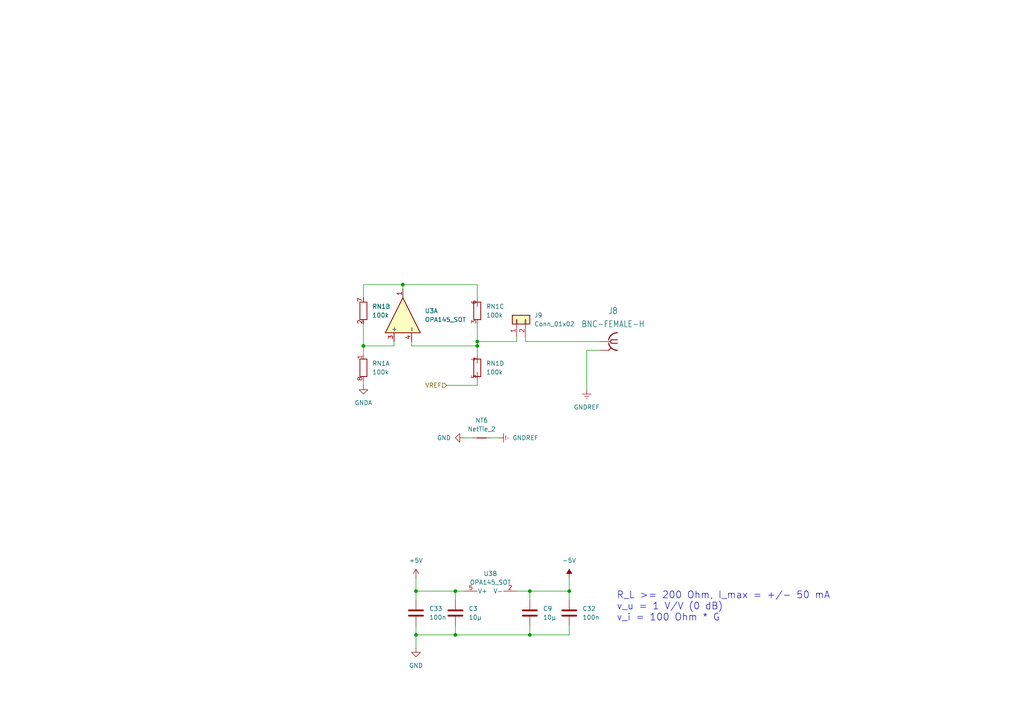
<source format=kicad_sch>
(kicad_sch (version 20231120) (generator "eeschema") (generator_version "8.0")
  (paper "A4")
  (lib_symbols
    (symbol "Connector_Generic:Conn_01x02" (pin_names (offset 1.016) hide)
      (property "Reference" "J" (at 0 2.54 0))
      (property "Value" "Conn_01x02" (at 0 -5.08 0))
      (symbol "Conn_01x02_1_1"
        (rectangle (start -1.27 -2.413) (end 0 -2.667) (stroke (width 0.1524)))
        (rectangle (start -1.27 0.127) (end 0 -0.127) (stroke (width 0.1524)))
        (rectangle (start -1.27 1.27) (end 1.27 -3.81) (stroke (width 0.254)) (fill (type background)))
        (pin passive line (at -5.08 0 0) (length 3.81) (name "Pin_1") (number "1"))
        (pin passive line (at -5.08 -2.54 0) (length 3.81) (name "Pin_2") (number "2"))
      )
    )
    (symbol "Device:NetTie_2" (pin_numbers hide) (pin_names (offset 0) hide) (in_bom no)
      (property "Reference" "NT" (at 0 1.27 0))
      (property "Value" "NetTie_2" (at 0 -1.27 0))
      (symbol "NetTie_2_0_1"
        (polyline (pts (xy -1.27 0) (xy 1.27 0)) (stroke (width 0.254)))
      )
      (symbol "NetTie_2_1_1"
        (pin passive line (at -2.54 0 0) (length 2.54) (name "1") (number "1"))
        (pin passive line (at 2.54 0 180) (length 2.54) (name "2") (number "2"))
      )
    )
    (symbol "amplifier:OPA145_SOT" (pin_names (offset 0.127)) (exclude_from_sim yes)
      (property "Reference" "U" (at 0 5.08 0))
      (property "Value" "OPA145_SOT" (at 0 -5.08 0))
      (symbol "OPA145_SOT_1_1"
        (polyline (pts (xy -5.08 5.08) (xy 5.08 0) (xy -5.08 -5.08) (xy -5.08 5.08)) (stroke (width 0.254)) (fill (type background)))
        (pin output line (at 7.62 0 180) (length 2.54) (name "~") (number "1"))
        (pin input line (at -7.62 2.54 0) (length 2.54) (name "+") (number "3"))
        (pin input line (at -7.62 -2.54 0) (length 2.54) (name "-") (number "4"))
      )
      (symbol "OPA145_SOT_2_1"
        (pin power_in line (at 0 -7.62 90) (length 3.81) (name "V-") (number "2"))
        (pin power_in line (at 0 7.62 270) (length 3.81) (name "V+") (number "5"))
      )
    )
    (symbol "connectors:BNC-FEMALE-H" (exclude_from_sim yes)
      (property "Reference" "J" (at -2.54 3.302 0))
      (property "Value" "BNC-FEMALE-H" (at -3.048 -5.588 0))
      (symbol "BNC-FEMALE-H_1_0"
        (arc (start -2.54 -2.54) (mid -0.9022 -1.9838) (end 0 -0.508) (stroke (width 0.3048)))
        (polyline (pts (xy -2.54 0.508) (xy -0.762 0.508)) (stroke (width 0.254)))
        (polyline (pts (xy -0.762 -0.508) (xy -2.54 -0.508)) (stroke (width 0.254)))
        (polyline (pts (xy -0.762 0.508) (xy -0.508 0)) (stroke (width 0.254)))
        (polyline (pts (xy -0.508 0) (xy -0.762 -0.508)) (stroke (width 0.254)))
        (polyline (pts (xy 0 -2.54) (xy -0.762 -1.778)) (stroke (width 0.254)))
        (polyline (pts (xy 0 0) (xy -0.508 0)) (stroke (width 0.1524)))
        (arc (start 0 0.508) (mid -0.9022 1.9838) (end -2.54 2.54) (stroke (width 0.3048)))
        (pin bidirectional line (at 2.54 0 180) (length 2.54) (name "SIG") (number "1"))
        (pin bidirectional line (at 2.54 -2.54 180) (length 2.54) (name "GND") (number "2"))
      )
    )
    (symbol "passive:C0603" (pin_numbers hide) (pin_names (offset 0.254))
      (property "Reference" "C" (at 0.635 2.54 0))
      (property "Value" "C0603" (at 0.635 -2.54 0))
      (symbol "C0603_0_1"
        (polyline (pts (xy -2.032 -0.762) (xy 2.032 -0.762)) (stroke (width 0.508)))
        (polyline (pts (xy -2.032 0.762) (xy 2.032 0.762)) (stroke (width 0.508)))
      )
      (symbol "C0603_1_1"
        (pin passive line (at 0 3.81 270) (length 2.794) (name "~") (number "1"))
        (pin passive line (at 0 -3.81 90) (length 2.794) (name "~") (number "2"))
      )
    )
    (symbol "passive:C0805" (pin_numbers hide) (pin_names (offset 0.254))
      (property "Reference" "C" (at 0.635 2.54 0))
      (property "Value" "C0805" (at 0.635 -2.54 0))
      (symbol "C0805_0_1"
        (polyline (pts (xy -2.032 -0.762) (xy 2.032 -0.762)) (stroke (width 0.508)))
        (polyline (pts (xy -2.032 0.762) (xy 2.032 0.762)) (stroke (width 0.508)))
      )
      (symbol "C0805_1_1"
        (pin passive line (at 0 3.81 270) (length 2.794) (name "~") (number "1"))
        (pin passive line (at 0 -3.81 90) (length 2.794) (name "~") (number "2"))
      )
    )
    (symbol "passive:R_Network_04_YC164" (pin_names (offset 0) hide)
      (property "Reference" "RN" (at 2.032 0 90))
      (property "Value" "R_Network_04_YC164" (at 0 0 90))
      (symbol "R_Network_04_YC164_0_1"
        (rectangle (start -1.016 2.54) (end 1.016 -2.54) (stroke (width 0.254)) (fill (type color) (color 255 255 255 1)))
      )
      (symbol "R_Network_04_YC164_1_1"
        (pin passive line (at 0 -3.81 90) (length 1.27) (name "R1.1") (number "1"))
        (pin passive line (at 0 3.81 270) (length 1.27) (name "R1.2") (number "8"))
      )
      (symbol "R_Network_04_YC164_2_1"
        (pin passive line (at 0 -3.81 90) (length 1.27) (name "R2.1") (number "2"))
        (pin passive line (at 0 3.81 270) (length 1.27) (name "R2.2") (number "7"))
      )
      (symbol "R_Network_04_YC164_3_0"
        (pin passive line (at 0 3.81 270) (length 2.54) (name "R3.2") (number "6"))
      )
      (symbol "R_Network_04_YC164_3_1"
        (pin passive line (at 0 -3.81 90) (length 1.27) (name "R3.1") (number "3"))
      )
      (symbol "R_Network_04_YC164_4_0"
        (pin passive line (at 0 -3.81 90) (length 2.54) (name "R4.1") (number "4"))
        (pin passive line (at 0 3.81 270) (length 2.54) (name "R4.2") (number "5"))
      )
    )
    (symbol "power:+5V" (power) (pin_numbers hide) (pin_names (offset 0) hide)
      (property "Value" "+5V" (at 0 3.556 0))
      (symbol "+5V_0_1"
        (polyline (pts (xy -0.762 1.27) (xy 0 2.54)))
        (polyline (pts (xy 0 0) (xy 0 2.54)))
        (polyline (pts (xy 0 2.54) (xy 0.762 1.27)))
      )
      (symbol "+5V_1_1"
        (pin power_in line (at 0 0 90) (length 0) (name "~") (number "1"))
      )
    )
    (symbol "power:-5V" (power) (pin_numbers hide) (pin_names (offset 0) hide)
      (property "Value" "-5V" (at 0 3.556 0))
      (symbol "-5V_0_0"
        (pin power_in line (at 0 0 90) (length 0) (name "~") (number "1"))
      )
      (symbol "-5V_0_1"
        (polyline (pts (xy 0 0) (xy 0 1.27) (xy 0.762 1.27) (xy 0 2.54) (xy -0.762 1.27) (xy 0 1.27)) (fill (type outline)))
      )
    )
    (symbol "power:GND" (power) (pin_numbers hide) (pin_names (offset 0) hide)
      (property "Value" "GND" (at 0 -3.81 0))
      (symbol "GND_0_1"
        (polyline (pts (xy 0 0) (xy 0 -1.27) (xy 1.27 -1.27) (xy 0 -2.54) (xy -1.27 -1.27) (xy 0 -1.27)))
      )
      (symbol "GND_1_1"
        (pin power_in line (at 0 0 270) (length 0) (name "~") (number "1"))
      )
    )
    (symbol "power:GNDA" (power) (pin_numbers hide) (pin_names (offset 0) hide)
      (property "Value" "GNDA" (at 0 -3.81 0))
      (symbol "GNDA_0_1"
        (polyline (pts (xy 0 0) (xy 0 -1.27) (xy 1.27 -1.27) (xy 0 -2.54) (xy -1.27 -1.27) (xy 0 -1.27)))
      )
      (symbol "GNDA_1_1"
        (pin power_in line (at 0 0 270) (length 0) (name "~") (number "1"))
      )
    )
    (symbol "power:GNDREF" (power) (pin_numbers hide) (pin_names (offset 0) hide)
      (property "Value" "GNDREF" (at 0 -3.81 0))
      (symbol "GNDREF_0_1"
        (polyline (pts (xy -0.635 -1.905) (xy 0.635 -1.905)))
        (polyline (pts (xy -0.127 -2.54) (xy 0.127 -2.54)))
        (polyline (pts (xy 0 -1.27) (xy 0 0)))
        (polyline (pts (xy 1.27 -1.27) (xy -1.27 -1.27)))
      )
      (symbol "GNDREF_1_1"
        (pin power_in line (at 0 0 270) (length 0) (name "~") (number "1"))
      )
    )
  )
  (junction (at 153.67 171.45))
  (junction (at 132.08 171.45))
  (junction (at 120.65 171.45))
  (junction (at 138.43 100.33))
  (junction (at 120.65 184.15))
  (junction (at 116.84 82.55))
  (junction (at 165.1 171.45))
  (junction (at 153.67 184.15))
  (junction (at 105.41 100.33))
  (junction (at 132.08 184.15))
  (junction (at 138.43 99.06))
  (wire (pts (xy 105.41 82.55) (xy 116.84 82.55)))
  (wire (pts (xy 149.86 171.45) (xy 153.67 171.45)))
  (wire (pts (xy 120.65 167.64) (xy 120.65 171.45)))
  (wire (pts (xy 138.43 110.49) (xy 138.43 111.76)))
  (wire (pts (xy 132.08 171.45) (xy 134.62 171.45)))
  (wire (pts (xy 120.65 171.45) (xy 132.08 171.45)))
  (wire (pts (xy 105.41 93.98) (xy 105.41 100.33)))
  (wire (pts (xy 105.41 100.33) (xy 105.41 102.87)))
  (wire (pts (xy 119.38 100.33) (xy 138.43 100.33)))
  (wire (pts (xy 138.43 100.33) (xy 138.43 102.87)))
  (wire (pts (xy 120.65 184.15) (xy 120.65 187.96)))
  (wire (pts (xy 138.43 93.98) (xy 138.43 99.06)))
  (wire (pts (xy 153.67 181.61) (xy 153.67 184.15)))
  (wire (pts (xy 149.86 97.79) (xy 149.86 99.06)))
  (wire (pts (xy 114.3 99.06) (xy 114.3 100.33)))
  (wire (pts (xy 132.08 171.45) (xy 132.08 173.99)))
  (wire (pts (xy 134.62 127) (xy 137.16 127)))
  (wire (pts (xy 170.18 101.6) (xy 170.18 113.03)))
  (wire (pts (xy 152.4 99.06) (xy 173.99 99.06)))
  (wire (pts (xy 129.54 111.76) (xy 138.43 111.76)))
  (wire (pts (xy 138.43 99.06) (xy 138.43 100.33)))
  (wire (pts (xy 138.43 99.06) (xy 149.86 99.06)))
  (wire (pts (xy 153.67 184.15) (xy 165.1 184.15)))
  (wire (pts (xy 105.41 110.49) (xy 105.41 111.76)))
  (wire (pts (xy 116.84 82.55) (xy 116.84 83.82)))
  (wire (pts (xy 132.08 184.15) (xy 153.67 184.15)))
  (wire (pts (xy 153.67 171.45) (xy 165.1 171.45)))
  (wire (pts (xy 142.24 127) (xy 144.78 127)))
  (wire (pts (xy 120.65 184.15) (xy 132.08 184.15)))
  (wire (pts (xy 120.65 173.99) (xy 120.65 171.45)))
  (wire (pts (xy 119.38 99.06) (xy 119.38 100.33)))
  (wire (pts (xy 153.67 171.45) (xy 153.67 173.99)))
  (wire (pts (xy 165.1 167.64) (xy 165.1 171.45)))
  (wire (pts (xy 165.1 173.99) (xy 165.1 171.45)))
  (wire (pts (xy 138.43 82.55) (xy 138.43 86.36)))
  (wire (pts (xy 120.65 181.61) (xy 120.65 184.15)))
  (wire (pts (xy 105.41 86.36) (xy 105.41 82.55)))
  (wire (pts (xy 173.99 101.6) (xy 170.18 101.6)))
  (wire (pts (xy 132.08 181.61) (xy 132.08 184.15)))
  (wire (pts (xy 152.4 97.79) (xy 152.4 99.06)))
  (wire (pts (xy 116.84 82.55) (xy 138.43 82.55)))
  (wire (pts (xy 105.41 100.33) (xy 114.3 100.33)))
  (wire (pts (xy 165.1 181.61) (xy 165.1 184.15)))
  (text "R_L >= 200 Ohm, I_max = +/- 50 mA\nv_u = 1 V/V (0 dB)\nv_i = 100 Ohm * G" (at 178.816 180.34 0) (effects (font (size 2 2)) (justify left bottom)))
  (hierarchical_label "VREF" (shape input) (at 129.54 111.76 180))
  (symbol (lib_id "power:GNDREF") (at 144.78 127 90) (unit 1)
    (property "Reference" "#PWR077" (effects (hide yes)))
    (property "Value" "GNDREF" (at 148.59 126.9999 90) (effects (justify right)))
    (property "Description" "Power symbol creates a global label with name \"GNDREF\" , reference supply ground" (effects (hide yes)))
  )
  (symbol (lib_id "amplifier:OPA145_SOT") (at 142.24 171.45 90) (unit 2) (exclude_from_sim yes)
    (property "Reference" "U3" (at 142.24 166.37 90))
    (property "Value" "OPA145_SOT" (at 142.24 168.91 90))
    (property "Footprint" "Package_TO_SOT_SMD:SOT-23-5_HandSoldering" (effects (hide yes)))
    (property "Datasheet" "https://www.ti.com/lit/ds/symlink/opa2145.pdf?ts=1726910918744&ref_url=https%253A%252F%252Fwww.ti.com%252Fproduct%252FOPA2145" (effects (hide yes)))
    (property "Description" "OPAx145 High-Precision, Low-Noise, Rail-to-Rail Output, 5.5-MHz JFET Operational Amplifiers" (effects (hide yes)))
  )
  (symbol (lib_id "power:GNDA") (at 105.41 111.76 0) (unit 1)
    (property "Reference" "#PWR010" (effects (hide yes)))
    (property "Value" "GNDA" (at 105.41 116.84 0))
    (property "Description" "Power symbol creates a global label with name \"GNDA\" , analog ground" (effects (hide yes)))
  )
  (symbol (lib_id "passive:C0805") (at 132.08 177.8 0) (unit 1)
    (property "Reference" "C3" (at 135.89 176.5299 0) (effects (justify left)))
    (property "Value" "10µ" (at 135.89 179.0699 0) (effects (justify left)))
    (property "Footprint" "Capacitor_SMD:C_0805_2012Metric" (effects (hide yes)))
    (property "Description" "Unpolarized capacitor" (effects (hide yes)))
  )
  (symbol (lib_id "power:GND") (at 120.65 187.96 0) (unit 1)
    (property "Reference" "#PWR015" (effects (hide yes)))
    (property "Value" "GND" (at 120.65 193.04 0))
    (property "Description" "Power symbol creates a global label with name \"GND\" , ground" (effects (hide yes)))
  )
  (symbol (lib_id "power:-5V") (at 165.1 167.64 0) (unit 1)
    (property "Reference" "#PWR014" (effects (hide yes)))
    (property "Value" "-5V" (at 165.1 162.56 0))
    (property "Description" "Power symbol creates a global label with name \"-5V\"" (effects (hide yes)))
  )
  (symbol (lib_id "power:GND") (at 134.62 127 270) (unit 1)
    (property "Reference" "#PWR076" (effects (hide yes)))
    (property "Value" "GND" (at 130.81 126.9999 90) (effects (justify right)))
    (property "Description" "Power symbol creates a global label with name \"GND\" , ground" (effects (hide yes)))
  )
  (symbol (lib_id "passive:C0603") (at 120.65 177.8 0) (unit 1)
    (property "Reference" "C33" (at 124.46 176.5299 0) (effects (justify left)))
    (property "Value" "100n" (at 124.46 179.0699 0) (effects (justify left)))
    (property "Footprint" "Capacitor_SMD:C_0603_1608Metric" (effects (hide yes)))
    (property "Description" "Unpolarized capacitor" (effects (hide yes)))
  )
  (symbol (lib_id "power:+5V") (at 120.65 167.64 0) (unit 1)
    (property "Reference" "#PWR013" (effects (hide yes)))
    (property "Value" "+5V" (at 120.65 162.56 0))
    (property "Description" "Power symbol creates a global label with name \"+5V\"" (effects (hide yes)))
  )
  (symbol (lib_id "passive:R_Network_04_YC164") (at 138.43 90.17 0) (unit 3)
    (property "Reference" "RN1" (at 140.97 88.8999 0) (effects (justify left)))
    (property "Value" "100k" (at 140.97 91.4399 0) (effects (justify left)))
    (property "Footprint" "custom_library:RESCAXE80P320X160X70-8N" (effects (hide yes)))
    (property "Datasheet" "https://www.mouser.de/datasheet/2/447/PYu_YC_TC_group_51_RoHS_L_9-3003033.pdf" (effects (hide yes)))
    (property "Description" "4 resistor network, isolated" (effects (hide yes)))
  )
  (symbol (lib_id "passive:R_Network_04_YC164") (at 105.41 106.68 180) (unit 1)
    (property "Reference" "RN1" (at 107.95 105.4099 0) (effects (justify right)))
    (property "Value" "100k" (at 107.95 107.9499 0) (effects (justify right)))
    (property "Footprint" "custom_library:RESCAXE80P320X160X70-8N" (effects (hide yes)))
    (property "Datasheet" "https://www.mouser.de/datasheet/2/447/PYu_YC_TC_group_51_RoHS_L_9-3003033.pdf" (effects (hide yes)))
    (property "Description" "4 resistor network, isolated" (effects (hide yes)))
  )
  (symbol (lib_id "Device:NetTie_2") (at 139.7 127 0) (unit 1) (in_bom no)
    (property "Reference" "NT6" (at 139.7 121.92 0))
    (property "Value" "NetTie_2" (at 139.7 124.46 0))
    (property "Footprint" "NetTie:NetTie-2_SMD_Pad0.5mm" (effects (hide yes)))
    (property "Description" "Net tie, 2 pins" (effects (hide yes)))
  )
  (symbol (lib_id "power:GNDREF") (at 170.18 113.03 0) (unit 1)
    (property "Reference" "#PWR011" (effects (hide yes)))
    (property "Value" "GNDREF" (at 170.18 118.11 0))
    (property "Description" "Power symbol creates a global label with name \"GNDREF\" , reference supply ground" (effects (hide yes)))
  )
  (symbol (lib_id "passive:C0603") (at 165.1 177.8 0) (unit 1)
    (property "Reference" "C32" (at 168.91 176.5299 0) (effects (justify left)))
    (property "Value" "100n" (at 168.91 179.0699 0) (effects (justify left)))
    (property "Footprint" "Capacitor_SMD:C_0603_1608Metric" (effects (hide yes)))
    (property "Description" "Unpolarized capacitor" (effects (hide yes)))
  )
  (symbol (lib_id "passive:R_Network_04_YC164") (at 105.41 90.17 0) (unit 2)
    (property "Reference" "RN1" (at 107.95 88.8999 0) (effects (justify left)))
    (property "Value" "100k" (at 107.95 91.4399 0) (effects (justify left)))
    (property "Footprint" "custom_library:RESCAXE80P320X160X70-8N" (effects (hide yes)))
    (property "Datasheet" "https://www.mouser.de/datasheet/2/447/PYu_YC_TC_group_51_RoHS_L_9-3003033.pdf" (effects (hide yes)))
    (property "Description" "4 resistor network, isolated" (effects (hide yes)))
  )
  (symbol (lib_id "amplifier:OPA145_SOT") (at 116.84 91.44 90) (unit 1) (exclude_from_sim yes)
    (property "Reference" "U3" (at 123.19 90.1699 90) (effects (justify right)))
    (property "Value" "OPA145_SOT" (at 123.19 92.7099 90) (effects (justify right)))
    (property "Footprint" "Package_TO_SOT_SMD:SOT-23-5_HandSoldering" (effects (hide yes)))
    (property "Datasheet" "https://www.ti.com/lit/ds/symlink/opa2145.pdf?ts=1726910918744&ref_url=https%253A%252F%252Fwww.ti.com%252Fproduct%252FOPA2145" (effects (hide yes)))
    (property "Description" "OPAx145 High-Precision, Low-Noise, Rail-to-Rail Output, 5.5-MHz JFET Operational Amplifiers" (effects (hide yes)))
  )
  (symbol (lib_id "Connector_Generic:Conn_01x02") (at 149.86 92.71 90) (unit 1)
    (property "Reference" "J9" (at 154.94 91.4399 90) (effects (justify right)))
    (property "Value" "Conn_01x02" (at 154.94 93.9799 90) (effects (justify right)))
    (property "Footprint" "Connector_PinHeader_2.54mm:PinHeader_1x02_P2.54mm_Vertical" (effects (hide yes)))
    (property "Description" "Generic connector, single row, 01x02, script generated (kicad-library-utils/schlib/autogen/connector/)" (effects (hide yes)))
  )
  (symbol (lib_id "connectors:BNC-FEMALE-H") (at 176.53 99.06 0) (mirror y) (unit 1) (exclude_from_sim yes)
    (property "Reference" "J8" (at 177.8 90.17 0) (effects (font (size 1.778 1.5113))))
    (property "Value" "BNC-FEMALE-H" (at 177.8 93.98 0) (effects (font (size 1.778 1.5113))))
    (property "Footprint" "connectors:BNC-MALE-H" (effects (hide yes)))
  )
  (symbol (lib_id "passive:R_Network_04_YC164") (at 138.43 106.68 180) (unit 4)
    (property "Reference" "RN1" (at 140.97 105.4099 0) (effects (justify right)))
    (property "Value" "100k" (at 140.97 107.9499 0) (effects (justify right)))
    (property "Footprint" "custom_library:RESCAXE80P320X160X70-8N" (effects (hide yes)))
    (property "Datasheet" "https://www.mouser.de/datasheet/2/447/PYu_YC_TC_group_51_RoHS_L_9-3003033.pdf" (effects (hide yes)))
    (property "Description" "4 resistor network, isolated" (effects (hide yes)))
  )
  (symbol (lib_id "passive:C0805") (at 153.67 177.8 0) (unit 1)
    (property "Reference" "C9" (at 157.48 176.5299 0) (effects (justify left)))
    (property "Value" "10µ" (at 157.48 179.0699 0) (effects (justify left)))
    (property "Footprint" "Capacitor_SMD:C_0805_2012Metric" (effects (hide yes)))
    (property "Description" "Unpolarized capacitor" (effects (hide yes)))
  )
)
</source>
